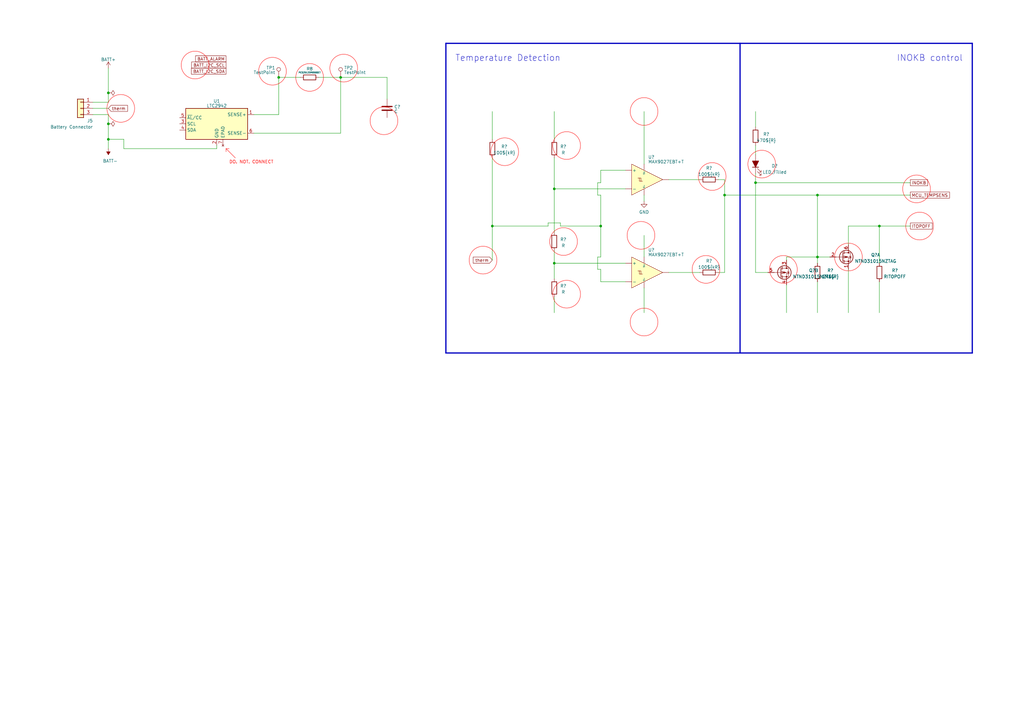
<source format=kicad_sch>
(kicad_sch (version 20230121) (generator eeschema)
  (paper "A3")
  (lib_symbols
    (symbol "0.Project:LTC2942"
      (property "Reference" "U" (at 0 0 0))
      (property "Value" "LTC2942" (at 0 0 0))
      (symbol "LTC2942_0_1"
        (rectangle (start 0 0) (end 25.4 -12.7) (stroke (width 0.254)) (fill (type background)))
      )
      (symbol "LTC2942_1_1"
        (pin passive line (at 27.94 -2.54 180) (length 2.54) (name "SENSE+") (number "1"))
        (pin power_in line (at 12.7 -15.24 90) (length 2.54) (name "GND") (number "2"))
        (pin input line (at -2.54 -6.35 0) (length 2.54) (name "SCL") (number "3"))
        (pin bidirectional line (at -2.54 -8.89 0) (length 2.54) (name "SDA") (number "4"))
        (pin bidirectional line (at -2.54 -3.81 0) (length 2.54) (name "~{AL}/CC") (number "5"))
        (pin passive line (at 27.94 -10.16 180) (length 2.54) (name "SENSE-") (number "6"))
        (pin no_connect line (at 15.24 -15.24 90) (length 2.54) (name "EPAD") (number "7"))
      )
    )
    (symbol "0.Project:MAX77751CEFG+" (pin_names (offset 0.254))
      (property "Reference" "U" (at 12.7 -22.86 0))
      (property "Value" "MAX77751CEFG+" (at 12.7 -25.4 0))
      (symbol "MAX77751CEFG+_1_1"
        (rectangle (start 0 0) (end 25.4 -50.8) (fill (type background)))
        (pin unspecified line (at 27.94 -6.35 180) (length 2.54) (name "BST") (number "1"))
        (pin unspecified line (at 27.94 -31.75 180) (length 2.54) (name "SYS") (number "15"))
        (pin unspecified line (at 27.94 -31.75 180) (length 2.54) hide (name "SYS") (number "16"))
        (pin output line (at 27.94 -44.45 180) (length 2.54) (name "PVL") (number "17"))
        (pin power_in line (at 12.7 -53.34 90) (length 2.54) hide (name "PGND") (number "18"))
        (pin power_in line (at 12.7 -53.34 90) (length 2.54) (name "PGND") (number "19"))
        (pin unspecified line (at 27.94 -19.05 180) (length 2.54) (name "LX") (number "20"))
        (pin unspecified line (at 27.94 -19.05 180) (length 2.54) hide (name "LX") (number "21"))
        (pin output line (at -2.54 -6.35 0) (length 2.54) (name "BYP") (number "22"))
      )
      (symbol "MAX77751CEFG+_2_1"
        (rectangle (start 0 0) (end 25.4 -50.8) (fill (type background)))
        (pin power_in line (at 12.7 2.54 270) (length 2.54) (name "VDD") (number "10"))
        (pin unspecified line (at 27.94 -25.4 180) (length 2.54) (name "ITOPOFF") (number "11"))
        (pin unspecified line (at 27.94 -41.91 180) (length 2.54) (name "IFAST") (number "12"))
        (pin unspecified line (at 27.94 -12.7 180) (length 2.54) (name "BATT") (number "13"))
        (pin unspecified line (at 27.94 -12.7 180) (length 2.54) hide (name "BATT") (number "14"))
        (pin input line (at 27.94 -34.29 180) (length 2.54) (name "INOKB") (number "2"))
        (pin input line (at -2.54 -6.35 0) (length 2.54) (name "CHGIN") (number "23"))
        (pin input line (at -2.54 -6.35 0) (length 2.54) hide (name "CHGIN") (number "24"))
        (pin output line (at 27.94 -36.83 180) (length 2.54) (name "STAT") (number "3"))
        (pin unspecified line (at -2.54 -45.72 0) (length 2.54) (name "CC2") (number "4"))
        (pin unspecified line (at -2.54 -43.18 0) (length 2.54) (name "CC1") (number "5"))
        (pin output line (at -2.54 -24.13 0) (length 2.54) (name "DP") (number "6"))
        (pin output line (at -2.54 -26.67 0) (length 2.54) (name "DN") (number "7"))
        (pin input line (at 27.94 -39.37 180) (length 2.54) (name "ENBST") (number "8"))
        (pin power_in line (at 12.7 -53.34 90) (length 2.54) (name "GND") (number "9"))
      )
    )
    (symbol "0.Project:MAX9027EBT+T" (pin_numbers hide) (pin_names (offset 0.254))
      (property "Reference" "U" (at 0 0 0))
      (property "Value" "MAX9027EBT+T" (at 0 0 0))
      (symbol "MAX9027EBT+T_0_1"
        (polyline (pts (xy 3.175 -5.715) (xy 3.81 -5.715) (xy 3.81 -6.985)))
        (polyline (pts (xy 2.54 -5.715) (xy 3.175 -5.715) (xy 3.175 -6.985) (xy 4.445 -6.985)))
      )
      (symbol "MAX9027EBT+T_1_1"
        (polyline (pts (xy 0 -12.7) (xy 0 0) (xy 12.7 -6.35) (xy 0 -12.7)) (fill (type background)))
        (pin power_in line (at 5.08 0 270) (length 2.54) (name "V+") (number "A1"))
        (pin output line (at 15.24 -6.35 180) (length 2.54) (name "") (number "A2"))
        (pin power_in line (at 5.08 -12.7 90) (length 2.54) (name "V-") (number "A3"))
        (pin input line (at -2.54 -2.54 0) (length 2.54) (name "+") (number "B1"))
        (pin power_in line (at 5.08 -12.7 90) (length 2.54) hide (name "V-") (number "B2"))
        (pin input line (at -2.54 -10.16 0) (length 2.54) (name "-") (number "B3"))
      )
    )
    (symbol "0.Project:PCS2512DR0500ET" (pin_numbers hide) (pin_names (offset 1.27))
      (property "Reference" "R" (at 0 0 0))
      (property "Value" "PCS2512DR0500ET" (at 0 0 0))
      (symbol "PCS2512DR0500ET_0_1"
        (rectangle (start -1.016 -2.54) (end 1.016 2.54) (stroke (width 0.254)))
      )
      (symbol "PCS2512DR0500ET_1_1"
        (pin passive line (at 0 3.81 270) (length 1.27) (name "~") (number "1"))
        (pin passive line (at 0 -3.81 90) (length 1.27) (name "~") (number "2"))
      )
    )
    (symbol "0_power_symbols:+5.0V" (power) (pin_names (offset 0))
      (property "Value" "+5.0V" (at 0 3.556 0))
      (symbol "+5.0V_0_1"
        (polyline (pts (xy -0.762 1.27) (xy 0 2.54)))
        (polyline (pts (xy 0 0) (xy 0 2.54)))
        (polyline (pts (xy 0 2.54) (xy 0.762 1.27)))
      )
      (symbol "+5.0V_1_1"
        (pin power_in line (at 0 0 90) (length 0) hide (name "+5.0V") (number "1"))
      )
    )
    (symbol "0_power_symbols:BATT+" (power) (pin_names (offset 0))
      (property "Value" "BATT+" (at 0 3.556 0))
      (symbol "BATT+_0_1"
        (polyline (pts (xy -0.762 1.27) (xy 0 2.54)))
        (polyline (pts (xy 0 0) (xy 0 2.54)))
        (polyline (pts (xy 0 2.54) (xy 0.762 1.27)))
      )
      (symbol "BATT+_1_1"
        (pin power_in line (at 0 0 90) (length 0) hide (name "BATT+") (number "1"))
      )
    )
    (symbol "0_power_symbols:BATT-" (power) (pin_names (offset 0))
      (property "Value" "BATT-" (at -0.508 -3.556 0))
      (symbol "BATT-_0_1"
        (polyline (pts (xy 0 0) (xy 0 -2.54)))
        (polyline (pts (xy -0.762 -1.27) (xy 0.762 -1.27) (xy 0 -2.54) (xy -0.762 -1.27)) (fill (type outline)))
      )
      (symbol "BATT-_1_1"
        (pin power_in line (at 0 0 90) (length 0) hide (name "BATT-") (number "1"))
      )
    )
    (symbol "0_power_symbols:PGND" (power) (pin_names (offset 0))
      (property "Value" "PGND" (at 0 -3.302 0))
      (symbol "PGND_0_1"
        (polyline (pts (xy 0 -1.27) (xy 0 0)))
        (polyline (pts (xy -1.016 -1.27) (xy -1.27 -2.032) (xy -1.27 -2.032)) (stroke (width 0.2032)))
        (polyline (pts (xy -0.508 -1.27) (xy -0.762 -2.032) (xy -0.762 -2.032)) (stroke (width 0.2032)))
        (polyline (pts (xy 0 -1.27) (xy -0.254 -2.032) (xy -0.254 -2.032)) (stroke (width 0.2032)))
        (polyline (pts (xy 0.508 -1.27) (xy 0.254 -2.032) (xy 0.254 -2.032)) (stroke (width 0.2032)))
        (polyline (pts (xy 1.016 -1.27) (xy -1.016 -1.27) (xy -1.016 -1.27)) (stroke (width 0.2032)))
        (polyline (pts (xy 1.016 -1.27) (xy 0.762 -2.032) (xy 0.762 -2.032) (xy 0.762 -2.032)) (stroke (width 0.2032)))
      )
      (symbol "PGND_1_1"
        (pin power_in line (at 0 0 270) (length 0) hide (name "PGND") (number "1"))
      )
    )
    (symbol "4ms_Connector:Conn_01x03" (pin_names (offset 1.016) hide)
      (property "Reference" "J" (at 0 5.08 0))
      (property "Value" "Conn_01x03" (at 0 -5.08 0))
      (symbol "Conn_01x03_1_1"
        (rectangle (start -1.27 -2.413) (end 0 -2.667) (stroke (width 0.1524)))
        (rectangle (start -1.27 0.127) (end 0 -0.127) (stroke (width 0.1524)))
        (rectangle (start -1.27 2.667) (end 0 2.413) (stroke (width 0.1524)))
        (rectangle (start -1.27 3.81) (end 1.27 -3.81) (stroke (width 0.254)) (fill (type background)))
        (pin passive line (at -5.08 2.54 0) (length 3.81) (name "Pin_1") (number "1"))
        (pin passive line (at -5.08 0 0) (length 3.81) (name "Pin_2") (number "2"))
        (pin passive line (at -5.08 -2.54 0) (length 3.81) (name "Pin_3") (number "3"))
      )
    )
    (symbol "4ms_Connector:TestPoint" (pin_numbers hide) (pin_names (offset 0.762) hide)
      (property "Reference" "TP" (at 0 6.858 0))
      (property "Value" "TestPoint" (at 0 5.08 0))
      (symbol "TestPoint_0_1"
        (circle (center 0 3.302) (radius 0.762))
      )
      (symbol "TestPoint_1_1"
        (pin passive line (at 0 0 90) (length 2.54) (name "1") (number "1"))
      )
    )
    (symbol "4ms_Power-symbol:GND" (power) (pin_names (offset 0))
      (property "Value" "GND" (at 0 -3.81 0))
      (symbol "GND_0_1"
        (polyline (pts (xy 0 0) (xy 0 -1.27) (xy 1.27 -1.27) (xy 0 -2.54) (xy -1.27 -1.27) (xy 0 -1.27)))
      )
      (symbol "GND_1_1"
        (pin power_in line (at 0 0 270) (length 0) hide (name "GND") (number "1"))
      )
    )
    (symbol "Device:C" (pin_numbers hide) (pin_names (offset 0.254))
      (property "Reference" "C" (at 0.635 2.54 0))
      (property "Value" "C" (at 0.635 -2.54 0))
      (symbol "C_0_1"
        (polyline (pts (xy -2.032 -0.762) (xy 2.032 -0.762)) (stroke (width 0.508)))
        (polyline (pts (xy -2.032 0.762) (xy 2.032 0.762)) (stroke (width 0.508)))
      )
      (symbol "C_1_1"
        (pin passive line (at 0 3.81 270) (length 2.794) (name "~") (number "1"))
        (pin passive line (at 0 -3.81 90) (length 2.794) (name "~") (number "2"))
      )
    )
    (symbol "Device:LED_Filled" (pin_numbers hide) (pin_names (offset 1.016) hide)
      (property "Reference" "D" (at 0 2.54 0))
      (property "Value" "LED_Filled" (at 0 -2.54 0))
      (symbol "LED_Filled_0_1"
        (polyline (pts (xy -1.27 -1.27) (xy -1.27 1.27)) (stroke (width 0.254)))
        (polyline (pts (xy -1.27 0) (xy 1.27 0)))
        (polyline (pts (xy 1.27 -1.27) (xy 1.27 1.27) (xy -1.27 0) (xy 1.27 -1.27)) (stroke (width 0.254)) (fill (type outline)))
        (polyline (pts (xy -3.048 -0.762) (xy -4.572 -2.286) (xy -3.81 -2.286) (xy -4.572 -2.286) (xy -4.572 -1.524)))
        (polyline (pts (xy -1.778 -0.762) (xy -3.302 -2.286) (xy -2.54 -2.286) (xy -3.302 -2.286) (xy -3.302 -1.524)))
      )
      (symbol "LED_Filled_1_1"
        (pin passive line (at -3.81 0 0) (length 2.54) (name "K") (number "1"))
        (pin passive line (at 3.81 0 180) (length 2.54) (name "A") (number "2"))
      )
    )
    (symbol "Device:Q_Dual_PMOS_S1G1D2S2G2D1" (pin_names (offset 0) hide)
      (property "Reference" "Q" (at 6.35 1.27 0))
      (property "Value" "Q_Dual_PMOS_S1G1D2S2G2D1" (at 19.05 -1.27 0))
      (symbol "Q_Dual_PMOS_S1G1D2S2G2D1_0_1"
        (polyline (pts (xy 0.254 0) (xy -2.54 0)))
        (polyline (pts (xy 0.254 1.905) (xy 0.254 -1.905)) (stroke (width 0.254)))
        (polyline (pts (xy 0.762 -1.27) (xy 0.762 -2.286)) (stroke (width 0.254)))
        (polyline (pts (xy 0.762 0.508) (xy 0.762 -0.508)) (stroke (width 0.254)))
        (polyline (pts (xy 0.762 2.286) (xy 0.762 1.27)) (stroke (width 0.254)))
        (polyline (pts (xy 2.54 2.54) (xy 2.54 1.778)))
        (polyline (pts (xy 2.54 -2.54) (xy 2.54 0) (xy 0.762 0)))
        (polyline (pts (xy 0.762 1.778) (xy 3.302 1.778) (xy 3.302 -1.778) (xy 0.762 -1.778)))
        (polyline (pts (xy 2.286 0) (xy 1.27 0.381) (xy 1.27 -0.381) (xy 2.286 0)) (fill (type outline)))
        (polyline (pts (xy 2.794 -0.508) (xy 2.921 -0.381) (xy 3.683 -0.381) (xy 3.81 -0.254)))
        (polyline (pts (xy 3.302 -0.381) (xy 2.921 0.254) (xy 3.683 0.254) (xy 3.302 -0.381)))
        (circle (center 1.651 0) (radius 2.794) (stroke (width 0.254)))
        (circle (center 2.54 -1.778) (radius 0.254) (fill (type outline)))
        (circle (center 2.54 1.778) (radius 0.254) (fill (type outline)))
      )
      (symbol "Q_Dual_PMOS_S1G1D2S2G2D1_1_1"
        (pin passive line (at 2.54 -5.08 90) (length 2.54) (name "S") (number "1"))
        (pin input line (at -5.08 0 0) (length 2.54) (name "G") (number "2"))
        (pin passive line (at 2.54 5.08 270) (length 2.54) (name "D") (number "6"))
      )
      (symbol "Q_Dual_PMOS_S1G1D2S2G2D1_2_1"
        (pin passive line (at 2.54 5.08 270) (length 2.54) (name "D") (number "3"))
        (pin passive line (at 2.54 -5.08 90) (length 2.54) (name "S") (number "4"))
        (pin input line (at -5.08 0 0) (length 2.54) (name "G") (number "5"))
      )
    )
    (symbol "Device:R" (pin_numbers hide) (pin_names (offset 0))
      (property "Reference" "R" (at 2.032 0 90))
      (property "Value" "R" (at 0 0 90))
      (symbol "R_0_1"
        (rectangle (start -1.016 -2.54) (end 1.016 2.54) (stroke (width 0.254)))
      )
      (symbol "R_1_1"
        (pin passive line (at 0 3.81 270) (length 1.27) (name "~") (number "1"))
        (pin passive line (at 0 -3.81 90) (length 1.27) (name "~") (number "2"))
      )
    )
    (symbol "MAX77751CEFG+_1" (pin_names (offset 0.254))
      (property "Reference" "U" (at 12.7 -22.86 0))
      (property "Value" "MAX77751CEFG+_1" (at 12.7 -25.4 0))
      (symbol "MAX77751CEFG+_1_1_1"
        (rectangle (start 0 0) (end 25.4 -50.8) (fill (type background)))
        (pin unspecified line (at 27.94 -6.35 180) (length 2.54) (name "BST") (number "1"))
        (pin unspecified line (at 27.94 -31.75 180) (length 2.54) (name "SYS") (number "15"))
        (pin unspecified line (at 27.94 -31.75 180) (length 2.54) hide (name "SYS") (number "16"))
        (pin output line (at 27.94 -44.45 180) (length 2.54) (name "PVL") (number "17"))
        (pin power_in line (at 12.7 -53.34 90) (length 2.54) hide (name "PGND") (number "18"))
        (pin power_in line (at 12.7 -53.34 90) (length 2.54) (name "PGND") (number "19"))
        (pin unspecified line (at 27.94 -19.05 180) (length 2.54) (name "LX") (number "20"))
        (pin unspecified line (at 27.94 -19.05 180) (length 2.54) hide (name "LX") (number "21"))
        (pin output line (at -2.54 -6.35 0) (length 2.54) (name "BYP") (number "22"))
      )
      (symbol "MAX77751CEFG+_1_2_1"
        (rectangle (start 0 0) (end 25.4 -50.8) (fill (type background)))
        (pin power_in line (at 12.7 2.54 270) (length 2.54) (name "VDD") (number "10"))
        (pin unspecified line (at 27.94 -25.4 180) (length 2.54) (name "ITOPOFF") (number "11"))
        (pin unspecified line (at 27.94 -41.91 180) (length 2.54) (name "IFAST") (number "12"))
        (pin unspecified line (at 27.94 -12.7 180) (length 2.54) (name "BATT") (number "13"))
        (pin unspecified line (at 27.94 -12.7 180) (length 2.54) hide (name "BATT") (number "14"))
        (pin input line (at 27.94 -34.29 180) (length 2.54) (name "INOKB") (number "2"))
        (pin input line (at -2.54 -6.35 0) (length 2.54) (name "CHGIN") (number "23"))
        (pin input line (at -2.54 -6.35 0) (length 2.54) hide (name "CHGIN") (number "24"))
        (pin output line (at 27.94 -36.83 180) (length 2.54) (name "STAT") (number "3"))
        (pin unspecified line (at -2.54 -45.72 0) (length 2.54) (name "CC2") (number "4"))
        (pin unspecified line (at -2.54 -43.18 0) (length 2.54) (name "CC1") (number "5"))
        (pin output line (at -2.54 -22.86 0) (length 2.54) (name "DP") (number "6"))
        (pin output line (at -2.54 -27.94 0) (length 2.54) (name "DN") (number "7"))
        (pin input line (at 27.94 -39.37 180) (length 2.54) (name "ENBST") (number "8"))
        (pin power_in line (at 12.7 -53.34 90) (length 2.54) (name "GND") (number "9"))
      )
    )
    (symbol "MAX9027EBT+T_1" (pin_numbers hide) (pin_names (offset 0.254))
      (property "Reference" "U" (at 0 0 0))
      (property "Value" "MAX9027EBT+T_1" (at 0 0 0))
      (symbol "MAX9027EBT+T_1_0_1"
        (polyline (pts (xy 3.175 -5.715) (xy 3.81 -5.715) (xy 3.81 -6.985)))
        (polyline (pts (xy 2.54 -5.715) (xy 3.175 -5.715) (xy 3.175 -6.985) (xy 4.445 -6.985)))
      )
      (symbol "MAX9027EBT+T_1_1_1"
        (polyline (pts (xy 0 -12.7) (xy 0 0) (xy 12.7 -6.35) (xy 0 -12.7)) (fill (type background)))
        (pin power_in line (at 5.08 0 270) (length 2.54) (name "V+") (number "A1"))
        (pin output line (at 15.24 -6.35 180) (length 2.54) (name "") (number "A2"))
        (pin power_in line (at 5.08 -12.7 90) (length 2.54) (name "V-") (number "A3"))
        (pin input line (at -2.54 -2.54 0) (length 2.54) (name "+") (number "B1"))
        (pin power_in line (at 5.08 -12.7 90) (length 2.54) hide (name "V-") (number "B2"))
        (pin input line (at -2.54 -10.16 0) (length 2.54) (name "-") (number "B3"))
      )
    )
    (symbol "power:PWR_FLAG" (power) (pin_numbers hide) (pin_names (offset 0) hide)
      (property "Value" "PWR_FLAG" (at 0 3.81 0))
      (symbol "PWR_FLAG_0_0"
        (pin power_out line (at 0 0 90) (length 0) (name "pwr") (number "1"))
      )
      (symbol "PWR_FLAG_0_1"
        (polyline (pts (xy 0 0) (xy 0 1.27) (xy -1.016 1.905) (xy 0 2.54) (xy 1.016 1.905) (xy 0 1.27)))
      )
    )
  )
  (junction (at 227.33 77.47))
  (junction (at 309.88 74.93))
  (junction (at 44.45 38.1))
  (junction (at 246.38 92.71))
  (junction (at 335.28 80.01))
  (junction (at 335.28 105.41))
  (junction (at 44.45 50.8))
  (junction (at 114.3 31.75))
  (junction (at 360.68 92.71))
  (junction (at 297.18 80.01))
  (junction (at 227.33 107.95))
  (junction (at 201.93 92.71))
  (junction (at 139.7 31.75))
  (junction (at 44.45 57.15))
  (polyline (pts (xy 92.71 60.96) (xy 93.98 60.96)) (stroke (width 0) (type solid) (color 255 0 0 1)))
  (wire (pts (xy 297.18 111.76) (xy 297.18 80.01)))
  (wire (pts (xy 201.93 92.71) (xy 224.79 92.71)))
  (wire (pts (xy 335.28 80.01) (xy 373.38 80.01)))
  (polyline (pts (xy 92.71 60.96) (xy 92.71 62.23)) (stroke (width 0) (type solid) (color 255 0 0 1)))
  (wire (pts (xy 139.7 54.61) (xy 104.14 54.61)))
  (wire (pts (xy 130.81 31.75) (xy 139.7 31.75)))
  (wire (pts (xy 229.87 91.44) (xy 224.79 91.44)))
  (wire (pts (xy 227.33 77.47) (xy 256.54 77.47)))
  (wire (pts (xy 264.16 80.01) (xy 264.16 82.55)))
  (wire (pts (xy 38.1 41.91) (xy 44.45 41.91)))
  (wire (pts (xy 201.93 45.72) (xy 201.93 57.15)))
  (wire (pts (xy 227.33 64.77) (xy 227.33 77.47)))
  (wire (pts (xy 347.98 92.71) (xy 347.98 100.33)))
  (wire (pts (xy 256.54 69.85) (xy 246.38 69.85)))
  (wire (pts (xy 38.1 44.45) (xy 44.45 44.45)))
  (wire (pts (xy 139.7 31.75) (xy 139.7 54.61)))
  (wire (pts (xy 114.3 46.99) (xy 104.14 46.99)))
  (wire (pts (xy 322.58 116.84) (xy 322.58 128.27)))
  (wire (pts (xy 256.54 107.95) (xy 227.33 107.95)))
  (wire (pts (xy 245.11 74.93) (xy 245.11 80.01)))
  (wire (pts (xy 297.18 80.01) (xy 335.28 80.01)))
  (wire (pts (xy 227.33 121.92) (xy 227.33 128.27)))
  (wire (pts (xy 309.88 71.12) (xy 309.88 74.93)))
  (wire (pts (xy 44.45 50.8) (xy 44.45 57.15)))
  (wire (pts (xy 44.45 50.8) (xy 44.45 46.99)))
  (wire (pts (xy 227.33 107.95) (xy 227.33 102.87)))
  (wire (pts (xy 294.64 111.76) (xy 297.18 111.76)))
  (polyline (pts (xy -140.97 247.65) (xy -139.7 246.38)))
  (wire (pts (xy 335.28 115.57) (xy 335.28 128.27)))
  (wire (pts (xy 44.45 27.94) (xy 44.45 38.1)))
  (wire (pts (xy 245.11 105.41) (xy 245.11 110.49)))
  (wire (pts (xy 335.28 105.41) (xy 340.36 105.41)))
  (wire (pts (xy 114.3 31.75) (xy 114.3 46.99)))
  (wire (pts (xy 88.9 59.69) (xy 88.9 60.96)))
  (wire (pts (xy 227.33 107.95) (xy 227.33 114.3)))
  (wire (pts (xy 44.45 46.99) (xy 38.1 46.99)))
  (wire (pts (xy 227.33 77.47) (xy 227.33 95.25)))
  (wire (pts (xy 287.02 111.76) (xy 274.32 111.76)))
  (wire (pts (xy 309.88 45.72) (xy 309.88 52.07)))
  (wire (pts (xy 114.3 31.75) (xy 123.19 31.75)))
  (wire (pts (xy 158.75 31.75) (xy 158.75 40.64)))
  (wire (pts (xy 347.98 110.49) (xy 347.98 128.27)))
  (wire (pts (xy 246.38 110.49) (xy 246.38 115.57)))
  (wire (pts (xy 360.68 92.71) (xy 360.68 107.95)))
  (wire (pts (xy 139.7 31.75) (xy 158.75 31.75)))
  (wire (pts (xy 201.93 64.77) (xy 201.93 92.71)))
  (wire (pts (xy 245.11 110.49) (xy 246.38 110.49)))
  (polyline (pts (xy -135.89 162.56) (xy -134.62 161.29)))
  (wire (pts (xy 224.79 91.44) (xy 224.79 92.71)))
  (wire (pts (xy 360.68 92.71) (xy 373.38 92.71)))
  (wire (pts (xy 264.16 45.72) (xy 264.16 67.31)))
  (polyline (pts (xy 182.88 17.78) (xy 398.78 17.78)) (stroke (width 0.508) (type solid)))
  (wire (pts (xy 201.93 92.71) (xy 201.93 106.68)))
  (wire (pts (xy 50.8 57.15) (xy 44.45 57.15)))
  (wire (pts (xy 264.16 96.52) (xy 264.16 105.41)))
  (wire (pts (xy 246.38 92.71) (xy 246.38 105.41)))
  (polyline (pts (xy -135.89 160.02) (xy -134.62 161.29)))
  (wire (pts (xy 245.11 80.01) (xy 246.38 80.01)))
  (polyline (pts (xy 182.88 17.78) (xy 182.88 144.78)) (stroke (width 0.508) (type solid)))
  (polyline (pts (xy -147.32 161.29) (xy -134.62 161.29)))
  (wire (pts (xy 335.28 105.41) (xy 335.28 107.95)))
  (polyline (pts (xy -140.97 245.11) (xy -139.7 246.38)))
  (wire (pts (xy 44.45 38.1) (xy 44.45 41.91)))
  (wire (pts (xy 309.88 59.69) (xy 309.88 63.5)))
  (wire (pts (xy 297.18 80.01) (xy 297.18 73.66)))
  (wire (pts (xy 246.38 115.57) (xy 256.54 115.57)))
  (polyline (pts (xy 92.71 60.96) (xy 96.52 64.77)) (stroke (width 0) (type solid) (color 255 0 0 1)))
  (wire (pts (xy 294.64 73.66) (xy 297.18 73.66)))
  (wire (pts (xy 246.38 105.41) (xy 245.11 105.41)))
  (wire (pts (xy 227.33 45.72) (xy 227.33 57.15)))
  (wire (pts (xy 287.02 73.66) (xy 274.32 73.66)))
  (wire (pts (xy 246.38 92.71) (xy 229.87 92.71)))
  (wire (pts (xy 44.45 57.15) (xy 44.45 60.96)))
  (polyline (pts (xy 182.88 144.78) (xy 398.78 144.78)) (stroke (width 0.508) (type solid)))
  (wire (pts (xy 246.38 74.93) (xy 245.11 74.93)))
  (wire (pts (xy 322.58 105.41) (xy 335.28 105.41)))
  (wire (pts (xy 360.68 115.57) (xy 360.68 128.27)))
  (wire (pts (xy 335.28 80.01) (xy 335.28 105.41)))
  (wire (pts (xy 229.87 92.71) (xy 229.87 91.44)))
  (polyline (pts (xy 398.78 144.78) (xy 398.78 17.78)) (stroke (width 0.508) (type solid)))
  (wire (pts (xy 309.88 74.93) (xy 309.88 111.76)))
  (wire (pts (xy 50.8 60.96) (xy 88.9 60.96)))
  (wire (pts (xy 309.88 111.76) (xy 314.96 111.76)))
  (wire (pts (xy 347.98 92.71) (xy 360.68 92.71)))
  (wire (pts (xy 246.38 80.01) (xy 246.38 92.71)))
  (wire (pts (xy 264.16 118.11) (xy 264.16 128.27)))
  (wire (pts (xy 246.38 69.85) (xy 246.38 74.93)))
  (wire (pts (xy 322.58 105.41) (xy 322.58 106.68)))
  (wire (pts (xy 50.8 60.96) (xy 50.8 57.15)))
  (polyline (pts (xy 303.53 17.78) (xy 303.53 144.78)) (stroke (width 0.508)))
  (polyline (pts (xy -152.4 246.38) (xy -139.7 246.38)))
  (wire (pts (xy 309.88 74.93) (xy 373.38 74.93)))
  (circle (center 347.98 105.41) (radius 5.6796) (stroke (width 0) (color 255 0 0 1)))
  (circle (center 140.97 27.94) (radius 5.6796) (stroke (width 0) (color 255 0 0 1)))
  (circle (center 312.42 67.31) (radius 5.6796) (stroke (width 0) (color 255 0 0 1)))
  (circle (center 377.19 92.71) (radius 5.6796) (stroke (width 0) (color 255 0 0 1)))
  (circle (center 198.12 106.68) (radius 5.6796) (stroke (width 0) (color 255 0 0 1)))
  (circle (center -148.59 223.52) (radius 5.6796) (stroke (width 0) (color 255 0 0 1)))
  (circle (center -119.38 231.14) (radius 5.6796) (stroke (width 0) (color 255 0 0 1)))
  (circle (center 232.41 120.65) (radius 5.6796) (stroke (width 0) (color 255 0 0 1)))
  (circle (center 321.31 110.49) (radius 5.6796) (stroke (width 0) (color 255 0 0 1)))
  (circle (center 262.89 96.52) (radius 5.6796) (stroke (width 0) (color 255 0 0 1)))
  (circle (center -148.59 185.42) (radius 5.6796) (stroke (width 0) (color 255 0 0 1)))
  (circle (center -148.59 198.12) (radius 5.6796) (stroke (width 0) (color 255 0 0 1)))
  (circle (center 264.16 45.72) (radius 5.6796) (stroke (width 0) (color 255 0 0 1)))
  (circle (center -104.14 203.2) (radius 5.6796) (stroke (width 0) (color 255 0 0 1)))
  (circle (center -163.83 232.41) (radius 5.6796) (stroke (width 0) (color 255 0 0 1)))
  (circle (center -118.11 175.26) (radius 5.6796) (stroke (width 0) (color 255 0 0 1)))
  (circle (center -133.35 204.47) (radius 5.6796) (stroke (width 0) (color 255 0 0 1)))
  (circle (center -132.08 215.9) (radius 5.6796) (stroke (width 0) (color 255 0 0 1)))
  (circle (center -179.07 184.15) (radius 5.6796) (stroke (width 0) (color 255 0 0 1)))
  (circle (center 127 31.75) (radius 5.6796) (stroke (width 0) (color 255 0 0 1)))
  (circle (center -148.59 210.82) (radius 5.6796) (stroke (width 0) (color 255 0 0 1)))
  (circle (center 111.76 29.21) (radius 5.6796) (stroke (width 0) (color 255 0 0 1)))
  (circle (center -101.6 184.15) (radius 5.6796) (stroke (width 0) (color 255 0 0 1)))
  (circle (center 264.16 132.08) (radius 5.6796) (stroke (width 0) (color 255 0 0 1)))
  (circle (center 207.01 62.23) (radius 5.6796) (stroke (width 0) (color 255 0 0 1)))
  (circle (center 289.56 110.49) (radius 5.6796) (stroke (width 0) (color 255 0 0 1)))
  (circle (center 231.14 99.06) (radius 5.6796) (stroke (width 0) (color 255 0 0 1)))
  (circle (center 80.01 26.67) (radius 5.6796) (stroke (width 0) (color 255 0 0 1)))
  (circle (center -133.35 191.77) (radius 5.6796) (stroke (width 0) (color 255 0 0 1)))
  (circle (center 292.1 72.39) (radius 5.6796) (stroke (width 0) (color 255 0 0 1)))
  (circle (center 157.48 49.53) (radius 5.6796) (stroke (width 0) (color 255 0 0 1)))
  (circle (center 49.53 44.45) (radius 5.6796) (stroke (width 0) (color 255 0 0 1)))
  (circle (center 375.92 77.47) (radius 5.6796) (stroke (width 0) (color 255 0 0 1)))
  (circle (center -104.14 222.25) (radius 5.6796) (stroke (width 0) (color 255 0 0 1)))
  (circle (center 232.41 59.69) (radius 5.6796) (stroke (width 0) (color 255 0 0 1)))
  (text "DO. NOT. CONNECT" (at 93.98 67.31 0) (effects (font (size 1.27 1.27)) (justify left bottom)))
  (text "Temperature Detection" (at 186.69 25.4 0) (effects (font (size 2.54 2.54)) (justify left bottom)))
  (text "INOKB control" (at 394.97 25.4 0) (effects (font (size 2.54 2.54)) (justify right bottom)))
  (global_label "BATT_I2C_SDA" (shape passive) (at 92.71 29.21 180) (property "Intersheetrefs" "${INTERSHEET_REFS}" (effects hide)))
  (global_label "ITOPOFF" (shape passive) (at 373.38 92.71 0) (property "Intersheetrefs" "${INTERSHEET_REFS}" (effects hide)))
  (global_label "therm" (shape input) (at 44.45 44.45 0) (property "Intersheetrefs" "${INTERSHEET_REFS}" (effects hide)))
  (global_label "BATT_I2C_SCL" (shape passive) (at 92.71 26.67 180) (property "Intersheetrefs" "${INTERSHEET_REFS}" (effects hide)))
  (global_label "INOKB" (shape passive) (at 373.38 74.93 0) (property "Intersheetrefs" "${INTERSHEET_REFS}" (effects hide)))
  (global_label "BATT_ALARM" (shape passive) (at 92.71 24.13 180) (property "Intersheetrefs" "${INTERSHEET_REFS}" (effects hide)))
  (global_label "MCU_TEMPSENS" (shape passive) (at 373.38 80.01 0) (property "Intersheetrefs" "${INTERSHEET_REFS}" (effects hide)))
  (global_label "therm" (shape input) (at 201.93 106.68 180) (property "Intersheetrefs" "${INTERSHEET_REFS}" (effects hide)))
  (symbol (lib_id "Device:R") (at 309.88 55.88 0) (unit 1)
    (property "Reference" "R?" (at 314.2774 55.0453 0))
    (property "Value" "470${R}" (at 314.2774 57.5822 0))
    (property "Footprint" "Resistor_SMD:R_0201_0603Metric" (effects hide))
  )
  (symbol (lib_id "Device:R") (at 201.93 60.96 0) (unit 1)
    (property "Reference" "R?" (at 206.8414 60.1253 0))
    (property "Value" "100${kR}" (at 206.8414 62.6622 0))
    (property "Footprint" "Resistor_SMD:R_0201_0603Metric" (effects hide))
  )
  (symbol (lib_id "4ms_Connector:TestPoint") (at 139.7 31.75 0) (unit 1)
    (property "Reference" "TP2" (at 141.097 27.8043 0) (effects (justify left)))
    (property "Value" "TestPoint" (at 141.097 29.7253 0) (effects (justify left)))
    (instances (project "friendly-keyboard" (path "" (reference "TP2") (unit 1)) (path "" (reference "TP?") (unit 1))))
  )
  (symbol (lib_id "4ms_Connector:Conn_01x03") (at 33.02 44.45 0) (mirror y) (unit 1)
    (property "Reference" "J5" (at 38.1 49.53 0) (effects (justify left)))
    (property "Value" "Battery Connector" (at 38.1 52.07 0) (effects (justify left)))
    (property "Footprint" "0:JST_ACH_BM03B-ACHSS-GAN-ETF" (effects hide))
    (property "Specifications" "HEADER 1x3 MALE PINS 0.100” 180deg" (effects hide))
    (property "Manufacturer" "TAD" (effects hide))
    (property "Part Number" "1-0301FBV0T" (effects hide))
    (instances (project "friendly-keyboard" (path "" (reference "J5") (unit 1)) (path "" (reference "J?") (unit 1))))
  )
  (symbol (lib_id "power:PWR_FLAG") (at 44.45 38.1 270) (unit 1)
    (property "Reference" "#FLG04" (effects hide))
    (property "Value" "PWR_FLAG" (effects hide))
  )
  (symbol (lib_name "MAX77751CEFG+_1") (lib_id "0.Project:MAX77751CEFG+") (at -105.41 177.8 0) (mirror y) (unit 2)
    (property "Reference" "U2" (at -129.9129 173.7159 0) (effects (font (size 1.524 1.524))))
    (property "Value" "MAX77751CEFG+" (at -129.9129 176.7093 0) (effects (font (size 1.524 1.524))))
    (property "Footprint" "1.Power.BattMgmt:MAX77751CEFG+" (effects hide))
    (property "Datasheet" "https://datasheets.maximintegrated.com/en/ds/MAX77751.pdf" (effects hide))
    (instances (project "friendly-keyboard" (path "" (reference "U2") (unit 2)) (path "" (reference "U?") (unit 2))))
  )
  (symbol (lib_id "0_power_symbols:BATT+") (at 44.45 27.94 0) (unit 1)
    (property "Reference" "#PWR021" (effects hide))
    (property "Value" "BATT+" (at 44.45 24.4381 0))
  )
  (symbol (lib_id "0_power_symbols:+5.0V") (at -125.73 162.56 0) (unit 1)
    (property "Reference" "#PWR059" (effects hide))
    (property "Value" "+5.0V" (at -125.73 159.0581 0))
  )
  (symbol (lib_id "Device:C") (at 158.75 44.45 0) (unit 1)
    (property "Reference" "C?" (at 161.671 43.8063 0) (effects (justify left)))
    (property "Value" "C" (at 161.671 45.7273 0) (effects (justify left)))
  )
  (symbol (lib_id "Device:R") (at 227.33 118.11 0) (unit 1)
    (property "Reference" "R?" (at 231.0319 117.2753 0))
    (property "Value" "R" (at 231.0319 119.8122 0))
    (property "Footprint" "Resistor_SMD:R_0201_0603Metric" (effects hide))
  )
  (symbol (lib_id "Device:Q_Dual_PMOS_S1G1D2S2G2D1") (at 345.44 105.41 0) (unit 1)
    (property "Reference" "Q?" (at 359.1326 104.5753 0))
    (property "Value" "NTND31015NZTAG" (at 359.1326 107.1122 0))
    (property "Footprint" "0:NTND31015NZTAG" (effects hide))
    (property "Datasheet" "https://www.onsemi.com/pdf/datasheet/ntnd31015nz-d.pdf" (effects hide))
  )
  (symbol (lib_id "Device:R") (at 227.33 99.06 0) (unit 1)
    (property "Reference" "R?" (at 231.0319 98.2253 0))
    (property "Value" "R" (at 231.0319 100.7622 0))
    (property "Footprint" "Resistor_SMD:R_0201_0603Metric" (effects hide))
  )
  (symbol (lib_id "4ms_Power-symbol:GND") (at 264.16 82.55 0) (unit 1)
    (property "Reference" "#PWR05" (effects hide))
    (property "Value" "GND" (at 264.16 86.9934 0))
  )
  (symbol (lib_id "0.Project:LTC2942") (at 76.2 44.45 0) (unit 1)
    (property "Reference" "U1" (at 88.9 41.4401 0))
    (property "Value" "LTC2942" (at 88.9 43.3611 0))
    (property "Footprint" "0:LTC2942" (effects hide))
    (property "Datasheet" "https://www.analog.com/media/en/technical-documentation/data-sheets/2942fa.pdf" (effects hide))
    (instances (project "friendly-keyboard" (path "" (reference "U1") (unit 1)) (path "" (reference "U?") (unit 1))))
  )
  (symbol (lib_id "0_power_symbols:BATT-") (at -161.29 246.38 0) (unit 1)
    (property "Reference" "#PWR01" (effects hide))
    (property "Value" "BATT-" (at -161.29 245.4181 0))
  )
  (symbol (lib_id "Device:R") (at 227.33 60.96 0) (unit 1)
    (property "Reference" "R?" (at 231.0319 60.1253 0))
    (property "Value" "R" (at 231.0319 62.6622 0))
    (property "Footprint" "Resistor_SMD:R_0201_0603Metric" (effects hide))
  )
  (symbol (lib_id "0.Project:MAX77751CEFG+") (at -176.53 179.07 0) (unit 1)
    (property "Reference" "U2" (at -163.83 174.9859 0) (effects (font (size 1.524 1.524))))
    (property "Value" "MAX77751CEFG+" (at -163.83 177.9793 0) (effects (font (size 1.524 1.524))))
    (property "Footprint" "1.Power.BattMgmt:MAX77751CEFG+" (effects hide))
    (property "Datasheet" "https://datasheets.maximintegrated.com/en/ds/MAX77751.pdf" (effects hide))
    (instances (project "friendly-keyboard" (path "" (reference "U2") (unit 1)) (path "" (reference "U?") (unit 1))))
  )
  (symbol (lib_id "Device:Q_Dual_PMOS_S1G1D2S2G2D1") (at 320.04 111.76 0) (unit 2)
    (property "Reference" "Q?" (at 333.7326 110.9253 0))
    (property "Value" "NTND31015NZTAG" (at 333.7326 113.4622 0))
    (property "Footprint" "0:NTND31015NZTAG" (effects hide))
    (property "Datasheet" "https://www.onsemi.com/pdf/datasheet/ntnd31015nz-d.pdf" (effects hide))
  )
  (symbol (lib_id "0_power_symbols:PGND") (at -128.27 245.11 0) (unit 1)
    (property "Reference" "#PWR02" (effects hide))
    (property "Value" "PGND" (at -128.397 248.8391 0))
  )
  (symbol (lib_name "MAX9027EBT+T_1") (lib_id "0.Project:MAX9027EBT+T") (at 259.08 67.31 0) (unit 1)
    (property "Reference" "U?" (at 265.8111 64.4271 0) (effects (justify left)))
    (property "Value" "MAX9027EBT+T" (at 265.8111 66.3481 0) (effects (justify left)))
    (property "Footprint" "0:MAX9027EBT-T" (effects hide))
    (property "Datasheet" "https://www.analog.com/media/en/technical-documentation/data-sheets/max9025-max9028.pdf" (effects hide))
  )
  (symbol (lib_id "Device:LED_Filled") (at 309.88 67.31 90) (unit 1) (in_bom no) (on_board no)
    (property "Reference" "D?" (at 317.7185 68.0628 90))
    (property "Value" "LED_Filled" (at 317.7185 70.5997 90))
    (property "Footprint" "LED_SMD:LED_0402_1005Metric" (effects hide))
  )
  (symbol (lib_id "Device:R") (at 290.83 111.76 90) (unit 1)
    (property "Reference" "R?" (at 290.83 107.0442 90))
    (property "Value" "100${kR}" (at 290.83 109.5811 90))
    (property "Footprint" "Resistor_SMD:R_0201_0603Metric" (effects hide))
  )
  (symbol (lib_id "0.Project:PCS2512DR0500ET") (at 127 31.75 90) (unit 1)
    (property "Reference" "R8" (at 127 28.2407 90))
    (property "Value" "PCS2512DR0500ET" (at 127 29.745 90) (effects (font (size 0.635 0.635))))
    (property "Footprint" "0:PCS2512DR0500ET" (effects hide))
    (property "Datasheet" "https://www.ohmite.com/assets/docs/res_pcs.pdf" (effects hide))
    (instances (project "friendly-keyboard" (path "" (reference "R8") (unit 1)) (path "" (reference "R?") (unit 1))))
  )
  (symbol (lib_id "0.Project:MAX9027EBT+T") (at 259.08 105.41 0) (unit 1)
    (property "Reference" "U?" (at 265.8111 102.5271 0) (effects (justify left)))
    (property "Value" "MAX9027EBT+T" (at 265.8111 104.4481 0) (effects (justify left)))
    (property "Footprint" "0:MAX9027EBT-T" (effects hide))
    (property "Datasheet" "https://www.analog.com/media/en/technical-documentation/data-sheets/max9025-max9028.pdf" (effects hide))
  )
  (symbol (lib_id "Device:R") (at 335.28 111.76 0) (unit 1)
    (property "Reference" "R?" (at 340.5543 110.9253 0))
    (property "Value" "1M${R}" (at 340.5543 113.4622 0))
    (property "Footprint" "Resistor_SMD:R_0201_0603Metric" (effects hide))
  )
  (symbol (lib_id "Device:R") (at 290.83 73.66 90) (unit 1)
    (property "Reference" "R?" (at 290.83 68.9442 90))
    (property "Value" "100${kR}" (at 290.83 71.4811 90))
    (property "Footprint" "Resistor_SMD:R_0201_0603Metric" (effects hide))
  )
  (symbol (lib_id "4ms_Connector:TestPoint") (at 114.3 31.75 0) (mirror y) (unit 1)
    (property "Reference" "TP1" (at 112.903 27.8043 0) (effects (justify left)))
    (property "Value" "TestPoint" (at 112.903 29.7253 0) (effects (justify left)))
    (instances (project "friendly-keyboard" (path "" (reference "TP1") (unit 1)) (path "" (reference "TP?") (unit 1))))
  )
  (symbol (lib_id "power:PWR_FLAG") (at 44.45 50.8 270) (unit 1)
    (property "Reference" "#FLG05" (effects hide))
    (property "Value" "PWR_FLAG" (effects hide))
  )
  (symbol (lib_id "0_power_symbols:BATT+") (at -156.21 162.56 0) (unit 1)
    (property "Reference" "#PWR058" (effects hide))
    (property "Value" "BATT+" (at -156.21 159.0581 0))
  )
  (symbol (lib_id "0_power_symbols:BATT-") (at 44.45 60.96 0) (unit 1)
    (property "Reference" "#PWR053" (effects hide))
    (property "Value" "BATT-" (at 48.26 66.04 0) (effects (justify right)))
  )
  (symbol (lib_id "Device:R") (at 360.68 111.76 0) (unit 1)
    (property "Reference" "R?" (at 367.0126 110.9253 0))
    (property "Value" "RITOPOFF" (at 367.0126 113.4622 0))
    (property "Footprint" "Resistor_SMD:R_0201_0603Metric" (effects hide))
  )
)
</source>
